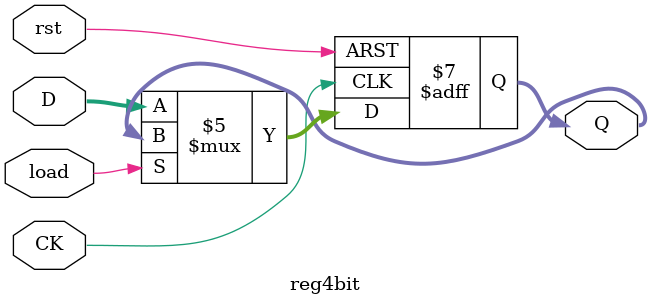
<source format=v>
module reg4bit(CK, rst, load, D, Q);
input CK, rst, load;
input [3:0] D;
output reg [3:0] Q;

// ✅ FIX: add initial value
initial Q = 4'b0000;

always @ (posedge CK or negedge rst) begin
    if (!rst)
        Q <= 4'b0000;
    else if (!load)
        Q <= D;
end
endmodule

</source>
